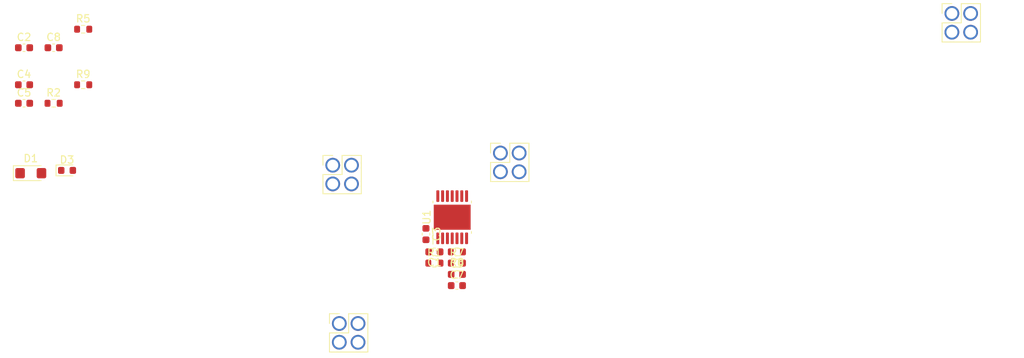
<source format=kicad_pcb>
(kicad_pcb (version 20221018) (generator pcbnew)
  (layers (0 "F.Cu" signal) (31 "B.Cu" signal) (34 "B.Paste" user) (35 "F.Paste" user) (36 "B.SilkS" user "B.Silkscreen") (37 "F.SilkS" user "F.Silkscreen") (38 "B.Mask" user) (39 "F.Mask" user) (44 "Edge.Cuts" user))
  (net 0 "")
  (net 1 "+24V")
  (net 2 "GND")
  (net 3 "Net-(U1-SS)")
  (net 4 "/VCC")
  (net 5 "/SW")
  (net 6 "BST")
  (net 7 "FB")
  (net 8 "Net-(C7-Pad2)")
  (net 9 "/VOUT")
  (net 10 "Net-(D3-A)")
  (net 11 "/LG")
  (net 12 "/HG")
  (net 13 "Net-(U1-RON)")
  (net 14 "ILIM")
  (footprint "Resistor_SMD:R_0603_1608Metric" (layer "F.Cu") (at 117.3535 84.275)
    (fp_text reference "R9" (at 0 -1.43) (layer "F.SilkS"))
    (fp_text value "300k")
    (fp_line (start -0.237258 -0.5225) (end 0.237258 -0.5225) (stroke (width 0.12)) (layer "F.SilkS"))
    (fp_line (start -0.237258 0.5225) (end 0.237258 0.5225) (stroke (width 0.12)) (layer "F.SilkS"))
    (pad "1" smd roundrect (at -0.825 0) (size 0.8 0.95) (layers "F.Cu" "F.Paste" "F.Mask") (net 9 "/VOUT"))
    (pad "2" smd roundrect (at 0.825 0) (size 0.8 0.95) (layers "F.Cu" "F.Paste" "F.Mask") (net 10 "Net-(D3-A)"))
  )
  (footprint "Diode_SMD:D_SMF" (layer "F.Cu") (at 110.2485 96.265)
    (fp_text reference "D1" (at 0 -2) (layer "F.SilkS"))
    (fp_text value "D_Schottky")
    (fp_line (start -2.36 -1.01) (end -2.36 1.01) (stroke (width 0.12)) (layer "F.SilkS"))
    (fp_line (start -2.36 -1.01) (end 1.4 -1.01) (stroke (width 0.12)) (layer "F.SilkS"))
    (fp_line (start -2.36 1.01) (end 1.4 1.01) (stroke (width 0.12)) (layer "F.SilkS"))
    (pad "1" smd roundrect (at -1.45 0) (size 1.3 1.4) (layers "F.Cu" "F.Paste" "F.Mask") (roundrect_rratio 0.1923076923) (net 6 "BST"))
    (pad "2" smd roundrect (at 1.45 0) (size 1.3 1.4) (layers "F.Cu" "F.Paste" "F.Mask") (roundrect_rratio 0.1923076923) (net 4 "/VCC"))
  )
  (footprint "Package_SO:HTSSOP-14-1EP_4.4x5mm_P0.65mm_EP3.4x5mm_Mask3x3.1mm" (layer "F.Cu") (at 167.386 102.235 90)
    (fp_text reference "U1" (at 0 -3.45 90) (layer "F.SilkS"))
    (fp_text value "LM3150MH")
    (fp_line (start -1.935584 -2.61) (end -3.65 -2.61) (stroke (width 0.12)) (layer "F.SilkS"))
    (fp_line (start -1.935584 2.61) (end -2.2 2.61) (stroke (width 0.12)) (layer "F.SilkS"))
    (fp_line (start 1.935584 -2.61) (end 2.2 -2.61) (stroke (width 0.12)) (layer "F.SilkS"))
    (fp_line (start 1.935584 2.61) (end 2.2 2.61) (stroke (width 0.12)) (layer "F.SilkS"))
    (pad "1" smd roundrect (at -2.8625 -1.95 90) (size 1.575 0.4) (layers "F.Cu" "F.Paste" "F.Mask") (net 4 "/VCC"))
    (pad "2" smd roundrect (at -2.8625 -1.3 90) (size 1.575 0.4) (layers "F.Cu" "F.Paste" "F.Mask") (net 1 "+24V"))
    (pad "3" smd roundrect (at -2.8625 -0.65 90) (size 1.575 0.4) (layers "F.Cu" "F.Paste" "F.Mask"))
    (pad "4" smd roundrect (at -2.8625 0 90) (size 1.575 0.4) (layers "F.Cu" "F.Paste" "F.Mask") (net 7 "FB"))
    (pad "5" smd roundrect (at -2.8625 0.65 90) (size 1.575 0.4) (layers "F.Cu" "F.Paste" "F.Mask") (net 2 "GND"))
    (pad "6" smd roundrect (at -2.8625 1.3 90) (size 1.575 0.4) (layers "F.Cu" "F.Paste" "F.Mask") (net 3 "Net-(U1-SS)"))
    (pad "7" smd roundrect (at -2.8625 1.95 90) (size 1.575 0.4) (layers "F.Cu" "F.Paste" "F.Mask") (net 13 "Net-(U1-RON)"))
    (pad "8" smd roundrect (at 2.8625 1.95 90) (size 1.575 0.4) (layers "F.Cu" "F.Paste" "F.Mask") (net 14 "ILIM"))
    (pad "9" smd roundrect (at 2.8625 1.3 90) (size 1.575 0.4) (layers "F.Cu" "F.Paste" "F.Mask") (net 2 "GND"))
    (pad "10" smd roundrect (at 2.8625 0.65 90) (size 1.575 0.4) (layers "F.Cu" "F.Paste" "F.Mask") (net 5 "/SW"))
    (pad "11" smd roundrect (at 2.8625 0 90) (size 1.575 0.4) (layers "F.Cu" "F.Paste" "F.Mask") (net 12 "/HG"))
    (pad "12" smd roundrect (at 2.8625 -0.65 90) (size 1.575 0.4) (layers "F.Cu" "F.Paste" "F.Mask") (net 6 "BST"))
    (pad "13" smd roundrect (at 2.8625 -1.3 90) (size 1.575 0.4) (layers "F.Cu" "F.Paste" "F.Mask") (net 11 "/LG"))
    (pad "14" smd roundrect (at 2.8625 -1.95 90) (size 1.575 0.4) (layers "F.Cu" "F.Paste" "F.Mask") (net 2 "GND"))
    (pad "15" smd rect (at 0 0 90) (size 3.4 5) (layers "F.Cu") (net 2 "GND"))
  )
  (footprint "Resistor_SMD:R_0603_1608Metric" (layer "F.Cu") (at 168.021 106.934 180)
    (fp_text reference "R8" (at 0 -1.43) (layer "F.SilkS"))
    (fp_text value "10k")
    (fp_line (start -0.237258 -0.5225) (end 0.237258 -0.5225) (stroke (width 0.12)) (layer "F.SilkS"))
    (fp_line (start -0.237258 0.5225) (end 0.237258 0.5225) (stroke (width 0.12)) (layer "F.SilkS"))
    (pad "1" smd roundrect (at -0.825 0 180) (size 0.8 0.95) (layers "F.Cu" "F.Paste" "F.Mask") (net 2 "GND"))
    (pad "2" smd roundrect (at 0.825 0 180) (size 0.8 0.95) (layers "F.Cu" "F.Paste" "F.Mask") (net 7 "FB"))
  )
  (footprint "Capacitor_SMD:C_0603_1608Metric" (layer "F.Cu") (at 168.021 111.506)
    (fp_text reference "C7" (at 0 -1.43) (layer "F.SilkS"))
    (fp_text value "3.9nf")
    (fp_line (start -0.14058 -0.51) (end 0.14058 -0.51) (stroke (width 0.12)) (layer "F.SilkS"))
    (fp_line (start -0.14058 0.51) (end 0.14058 0.51) (stroke (width 0.12)) (layer "F.SilkS"))
    (pad "1" smd roundrect (at -0.775 0) (size 0.9 0.95) (layers "F.Cu" "F.Paste" "F.Mask") (net 7 "FB"))
    (pad "2" smd roundrect (at 0.775 0) (size 0.9 0.95) (layers "F.Cu" "F.Paste" "F.Mask") (net 8 "Net-(C7-Pad2)"))
  )
  (footprint "LED_SMD:LED_0603_1608Metric" (layer "F.Cu") (at 115.1635 95.885)
    (fp_text reference "D3" (at 0 -1.43) (layer "F.SilkS"))
    (fp_text value "LED")
    (fp_line (start -1.485 -0.735) (end -1.485 0.735) (stroke (width 0.12)) (layer "F.SilkS"))
    (fp_line (start -1.485 0.735) (end 0.8 0.735) (stroke (width 0.12)) (layer "F.SilkS"))
    (fp_line (start 0.8 -0.735) (end -1.485 -0.735) (stroke (width 0.12)) (layer "F.SilkS"))
    (pad "1" smd roundrect (at -0.7875 0) (size 0.875 0.95) (layers "F.Cu" "F.Paste" "F.Mask") (net 2 "GND"))
    (pad "2" smd roundrect (at 0.7875 0) (size 0.875 0.95) (layers "F.Cu" "F.Paste" "F.Mask") (net 10 "Net-(D3-A)"))
  )
  (footprint "Capacitor_SMD:C_0603_1608Metric" (layer "F.Cu") (at 113.3435 79.255)
    (fp_text reference "C8" (at 0 -1.43) (layer "F.SilkS"))
    (fp_text value "390pf")
    (fp_line (start -0.14058 -0.51) (end 0.14058 -0.51) (stroke (width 0.12)) (layer "F.SilkS"))
    (fp_line (start -0.14058 0.51) (end 0.14058 0.51) (stroke (width 0.12)) (layer "F.SilkS"))
    (pad "1" smd roundrect (at -0.775 0) (size 0.9 0.95) (layers "F.Cu" "F.Paste" "F.Mask") (net 8 "Net-(C7-Pad2)"))
    (pad "2" smd roundrect (at 0.775 0) (size 0.9 0.95) (layers "F.Cu" "F.Paste" "F.Mask") (net 9 "/VOUT"))
  )
  (footprint "Resistor_SMD:R_0603_1608Metric" (layer "F.Cu") (at 113.3435 86.785)
    (fp_text reference "R2" (at 0 -1.43) (layer "F.SilkS"))
    (fp_text value "2.1k")
    (fp_line (start -0.237258 -0.5225) (end 0.237258 -0.5225) (stroke (width 0.12)) (layer "F.SilkS"))
    (fp_line (start -0.237258 0.5225) (end 0.237258 0.5225) (stroke (width 0.12)) (layer "F.SilkS"))
    (pad "1" smd roundrect (at -0.825 0) (size 0.8 0.95) (layers "F.Cu" "F.Paste" "F.Mask") (net 14 "ILIM"))
    (pad "2" smd roundrect (at 0.825 0) (size 0.8 0.95) (layers "F.Cu" "F.Paste" "F.Mask") (net 5 "/SW"))
  )
  (footprint "Resistor_SMD:R_0603_1608Metric" (layer "F.Cu") (at 117.3535 76.745)
    (fp_text reference "R5" (at 0 -1.43) (layer "F.SilkS"))
    (fp_text value "8.06M")
    (fp_line (start -0.237258 -0.5225) (end 0.237258 -0.5225) (stroke (width 0.12)) (layer "F.SilkS"))
    (fp_line (start -0.237258 0.5225) (end 0.237258 0.5225) (stroke (width 0.12)) (layer "F.SilkS"))
    (pad "1" smd roundrect (at -0.825 0) (size 0.8 0.95) (layers "F.Cu" "F.Paste" "F.Mask") (net 5 "/SW"))
    (pad "2" smd roundrect (at 0.825 0) (size 0.8 0.95) (layers "F.Cu" "F.Paste" "F.Mask") (net 8 "Net-(C7-Pad2)"))
  )
  (footprint "Resistor_SMD:R_0603_1608Metric" (layer "F.Cu") (at 164.973 108.458)
    (fp_text reference "R1" (at 0 -1.43) (layer "F.SilkS"))
    (fp_text value "909k")
    (fp_line (start -0.237258 -0.5225) (end 0.237258 -0.5225) (stroke (width 0.12)) (layer "F.SilkS"))
    (fp_line (start -0.237258 0.5225) (end 0.237258 0.5225) (stroke (width 0.12)) (layer "F.SilkS"))
    (pad "1" smd roundrect (at -0.825 0) (size 0.8 0.95) (layers "F.Cu" "F.Paste" "F.Mask") (net 13 "Net-(U1-RON)"))
    (pad "2" smd roundrect (at 0.825 0) (size 0.8 0.95) (layers "F.Cu" "F.Paste" "F.Mask") (net 1 "+24V"))
  )
  (footprint "0_RM2023:conn_2x02_2.54" (layer "F.Cu") (at 153.289 117.983)
    (fp_text reference "J4" hide)
    (fp_text value "Conn_02x02_Odd_Even")
    (fp_line (start -2.54 -2.667) (end -1.21 -2.667) (stroke (width 0.12)) (layer "F.SilkS"))
    (fp_line (start -2.54 -1.337) (end -2.54 -2.667) (stroke (width 0.12)) (layer "F.SilkS"))
    (fp_line (start -2.54 -0.067) (end -2.54 2.533) (stroke (width 0.12)) (layer "F.SilkS"))
    (fp_line (start -2.54 -0.067) (end 0.06 -0.067) (stroke (width 0.12)) (layer "F.SilkS"))
    (fp_line (start -2.54 2.533) (end 2.66 2.533) (stroke (width 0.12)) (layer "F.SilkS"))
    (fp_line (start 0.06 -2.667) (end 2.66 -2.667) (stroke (width 0.12)) (layer "F.SilkS"))
    (fp_line (start 0.06 -0.067) (end 0.06 -2.667) (stroke (width 0.12)) (layer "F.SilkS"))
    (fp_line (start 2.66 -2.667) (end 2.66 2.533) (stroke (width 0.12)) (layer "F.SilkS"))
    (pad "1" thru_hole circle (at -1.21 -1.337) (size 2 2) (drill 1.5) (layers "*.Cu" "*.Mask") (net 9 "/VOUT"))
    (pad "2" thru_hole circle (at 1.33 -1.337) (size 2 2) (drill 1.5) (layers "*.Cu" "*.Mask") (net 9 "/VOUT"))
    (pad "3" thru_hole circle (at -1.21 1.203) (size 2 2) (drill 1.5) (layers "*.Cu" "*.Mask") (net 9 "/VOUT"))
    (pad "4" thru_hole circle (at 1.33 1.203) (size 2 2) (drill 1.5) (layers "*.Cu" "*.Mask") (net 9 "/VOUT"))
  )
  (footprint "Resistor_SMD:R_0603_1608Metric" (layer "F.Cu") (at 168.021 108.458)
    (fp_text reference "R7" (at 0 -1.43) (layer "F.SilkS"))
    (fp_text value "309k")
    (fp_line (start -0.237258 -0.5225) (end 0.237258 -0.5225) (stroke (width 0.12)) (layer "F.SilkS"))
    (fp_line (start -0.237258 0.5225) (end 0.237258 0.5225) (stroke (width 0.12)) (layer "F.SilkS"))
    (pad "1" smd roundrect (at -0.825 0) (size 0.8 0.95) (layers "F.Cu" "F.Paste" "F.Mask") (net 7 "FB"))
    (pad "2" smd roundrect (at 0.825 0) (size 0.8 0.95) (layers "F.Cu" "F.Paste" "F.Mask") (net 9 "/VOUT"))
  )
  (footprint "0_RM2023:conn_2x02_2.54" (layer "F.Cu") (at 236.347 75.946)
    (fp_text reference "J2" hide)
    (fp_text value "Conn_02x02_Odd_Even")
    (fp_line (start -2.54 -2.667) (end -1.21 -2.667) (stroke (width 0.12)) (layer "F.SilkS"))
    (fp_line (start -2.54 -1.337) (end -2.54 -2.667) (stroke (width 0.12)) (layer "F.SilkS"))
    (fp_line (start -2.54 -0.067) (end -2.54 2.533) (stroke (width 0.12)) (layer "F.SilkS"))
    (fp_line (start -2.54 -0.067) (end 0.06 -0.067) (stroke (width 0.12)) (layer "F.SilkS"))
    (fp_line (start -2.54 2.533) (end 2.66 2.533) (stroke (width 0.12)) (layer "F.SilkS"))
    (fp_line (start 0.06 -2.667) (end 2.66 -2.667) (stroke (width 0.12)) (layer "F.SilkS"))
    (fp_line (start 0.06 -0.067) (end 0.06 -2.667) (stroke (width 0.12)) (layer "F.SilkS"))
    (fp_line (start 2.66 -2.667) (end 2.66 2.533) (stroke (width 0.12)) (layer "F.SilkS"))
    (pad "1" thru_hole circle (at -1.21 -1.337) (size 2 2) (drill 1.5) (layers "*.Cu" "*.Mask") (net 2 "GND"))
    (pad "2" thru_hole circle (at 1.33 -1.337) (size 2 2) (drill 1.5) (layers "*.Cu" "*.Mask") (net 2 "GND"))
    (pad "3" thru_hole circle (at -1.21 1.203) (size 2 2) (drill 1.5) (layers "*.Cu" "*.Mask") (net 2 "GND"))
    (pad "4" thru_hole circle (at 1.33 1.203) (size 2 2) (drill 1.5) (layers "*.Cu" "*.Mask") (net 2 "GND"))
  )
  (footprint "0_RM2023:conn_2x02_2.54" (layer "F.Cu") (at 152.4 96.52)
    (fp_text reference "J3" hide)
    (fp_text value "Conn_02x02_Odd_Even")
    (fp_line (start -2.54 -2.667) (end -1.21 -2.667) (stroke (width 0.12)) (layer "F.SilkS"))
    (fp_line (start -2.54 -1.337) (end -2.54 -2.667) (stroke (width 0.12)) (layer "F.SilkS"))
    (fp_line (start -2.54 -0.067) (end -2.54 2.533) (stroke (width 0.12)) (layer "F.SilkS"))
    (fp_line (start -2.54 -0.067) (end 0.06 -0.067) (stroke (width 0.12)) (layer "F.SilkS"))
    (fp_line (start -2.54 2.533) (end 2.66 2.533) (stroke (width 0.12)) (layer "F.SilkS"))
    (fp_line (start 0.06 -2.667) (end 2.66 -2.667) (stroke (width 0.12)) (layer "F.SilkS"))
    (fp_line (start 0.06 -0.067) (end 0.06 -2.667) (stroke (width 0.12)) (layer "F.SilkS"))
    (fp_line (start 2.66 -2.667) (end 2.66 2.533) (stroke (width 0.12)) (layer "F.SilkS"))
    (pad "1" thru_hole circle (at -1.21 -1.337) (size 2 2) (drill 1.5) (layers "*.Cu" "*.Mask") (net 2 "GND"))
    (pad "2" thru_hole circle (at 1.33 -1.337) (size 2 2) (drill 1.5) (layers "*.Cu" "*.Mask") (net 2 "GND"))
    (pad "3" thru_hole circle (at -1.21 1.203) (size 2 2) (drill 1.5) (layers "*.Cu" "*.Mask") (net 2 "GND"))
    (pad "4" thru_hole circle (at 1.33 1.203) (size 2 2) (drill 1.5) (layers "*.Cu" "*.Mask") (net 2 "GND"))
  )
  (footprint "Capacitor_SMD:C_0603_1608Metric" (layer "F.Cu") (at 109.3335 84.275)
    (fp_text reference "C4" (at 0 -1.43) (layer "F.SilkS"))
    (fp_text value "22u")
    (fp_line (start -0.14058 -0.51) (end 0.14058 -0.51) (stroke (width 0.12)) (layer "F.SilkS"))
    (fp_line (start -0.14058 0.51) (end 0.14058 0.51) (stroke (width 0.12)) (layer "F.SilkS"))
    (pad "1" smd roundrect (at -0.775 0) (size 0.9 0.95) (layers "F.Cu" "F.Paste" "F.Mask") (net 1 "+24V"))
    (pad "2" smd roundrect (at 0.775 0) (size 0.9 0.95) (layers "F.Cu" "F.Paste" "F.Mask") (net 2 "GND"))
  )
  (footprint "Capacitor_SMD:C_0603_1608Metric" (layer "F.Cu") (at 168.021 109.982)
    (fp_text reference "C9" (at 0 -1.43) (layer "F.SilkS"))
    (fp_text value "~")
    (fp_line (start -0.14058 -0.51) (end 0.14058 -0.51) (stroke (width 0.12)) (layer "F.SilkS"))
    (fp_line (start -0.14058 0.51) (end 0.14058 0.51) (stroke (width 0.12)) (layer "F.SilkS"))
    (pad "1" smd roundrect (at -0.775 0) (size 0.9 0.95) (layers "F.Cu" "F.Paste" "F.Mask") (net 7 "FB"))
    (pad "2" smd roundrect (at 0.775 0) (size 0.9 0.95) (layers "F.Cu" "F.Paste" "F.Mask") (net 9 "/VOUT"))
  )
  (footprint "Capacitor_SMD:C_0603_1608Metric" (layer "F.Cu") (at 109.3335 79.255)
    (fp_text reference "C2" (at 0 -1.43) (layer "F.SilkS"))
    (fp_text value "15n")
    (fp_line (start -0.14058 -0.51) (end 0.14058 -0.51) (stroke (width 0.12)) (layer "F.SilkS"))
    (fp_line (start -0.14058 0.51) (end 0.14058 0.51) (stroke (width 0.12)) (layer "F.SilkS"))
    (pad "1" smd roundrect (at -0.775 0) (size 0.9 0.95) (layers "F.Cu" "F.Paste" "F.Mask") (net 2 "GND"))
    (pad "2" smd roundrect (at 0.775 0) (size 0.9 0.95) (layers "F.Cu" "F.Paste" "F.Mask") (net 3 "Net-(U1-SS)"))
  )
  (footprint "Capacitor_SMD:C_0603_1608Metric" (layer "F.Cu") (at 164.973 106.934 180)
    (fp_text reference "C1" (at 0 -1.43) (layer "F.SilkS"))
    (fp_text value "100n")
    (fp_line (start -0.14058 -0.51) (end 0.14058 -0.51) (stroke (width 0.12)) (layer "F.SilkS"))
    (fp_line (start -0.14058 0.51) (end 0.14058 0.51) (stroke (width 0.12)) (layer "F.SilkS"))
    (pad "1" smd roundrect (at -0.775 0 180) (size 0.9 0.95) (layers "F.Cu" "F.Paste" "F.Mask") (net 1 "+24V"))
    (pad "2" smd roundrect (at 0.775 0 180) (size 0.9 0.95) (layers "F.Cu" "F.Paste" "F.Mask") (net 2 "GND"))
  )
  (footprint "0_RM2023:conn_2x02_2.54" (layer "F.Cu") (at 175.133 94.869)
    (fp_text reference "J1" hide)
    (fp_text value "Conn_02x02_Odd_Even")
    (fp_line (start -2.54 -2.667) (end -1.21 -2.667) (stroke (width 0.12)) (layer "F.SilkS"))
    (fp_line (start -2.54 -1.337) (end -2.54 -2.667) (stroke (width 0.12)) (layer "F.SilkS"))
    (fp_line (start -2.54 -0.067) (end -2.54 2.533) (stroke (width 0.12)) (layer "F.SilkS"))
    (fp_line (start -2.54 -0.067) (end 0.06 -0.067) (stroke (width 0.12)) (layer "F.SilkS"))
    (fp_line (start -2.54 2.533) (end 2.66 2.533) (stroke (width 0.12)) (layer "F.SilkS"))
    (fp_line (start 0.06 -2.667) (end 2.66 -2.667) (stroke (width 0.12)) (layer "F.SilkS"))
    (fp_line (start 0.06 -0.067) (end 0.06 -2.667) (stroke (width 0.12)) (layer "F.SilkS"))
    (fp_line (start 2.66 -2.667) (end 2.66 2.533) (stroke (width 0.12)) (layer "F.SilkS"))
    (pad "1" thru_hole circle (at -1.21 -1.337) (size 2 2) (drill 1.5) (layers "*.Cu" "*.Mask") (net 1 "+24V"))
    (pad "2" thru_hole circle (at 1.33 -1.337) (size 2 2) (drill 1.5) (layers "*.Cu" "*.Mask") (net 5 "/SW"))
    (pad "3" thru_hole circle (at -1.21 1.203) (size 2 2) (drill 1.5) (layers "*.Cu" "*.Mask") (net 11 "/LG"))
    (pad "4" thru_hole circle (at 1.33 1.203) (size 2 2) (drill 1.5) (layers "*.Cu" "*.Mask") (net 12 "/HG"))
  )
  (footprint "Capacitor_SMD:C_0603_1608Metric" (layer "F.Cu") (at 109.3335 86.785)
    (fp_text reference "C5" (at 0 -1.43) (layer "F.SilkS"))
    (fp_text value "470n")
    (fp_line (start -0.14058 -0.51) (end 0.14058 -0.51) (stroke (width 0.12)) (layer "F.SilkS"))
    (fp_line (start -0.14058 0.51) (end 0.14058 0.51) (stroke (width 0.12)) (layer "F.SilkS"))
    (pad "1" smd roundrect (at -0.775 0) (size 0.9 0.95) (layers "F.Cu" "F.Paste" "F.Mask") (net 5 "/SW"))
    (pad "2" smd roundrect (at 0.775 0) (size 0.9 0.95) (layers "F.Cu" "F.Paste" "F.Mask") (net 6 "BST"))
  )
  (footprint "Capacitor_SMD:C_0603_1608Metric" (layer "F.Cu") (at 163.83 104.521 -90)
    (fp_text reference "C3" (at 0 -1.43 90) (layer "F.SilkS"))
    (fp_text value "2.2u")
    (fp_line (start -0.14058 -0.51) (end 0.14058 -0.51) (stroke (width 0.12)) (layer "F.SilkS"))
    (fp_line (start -0.14058 0.51) (end 0.14058 0.51) (stroke (width 0.12)) (layer "F.SilkS"))
    (pad "1" smd roundrect (at -0.775 0 270) (size 0.9 0.95) (layers "F.Cu" "F.Paste" "F.Mask") (net 2 "GND"))
    (pad "2" smd roundrect (at 0.775 0 270) (size 0.9 0.95) (layers "F.Cu" "F.Paste" "F.Mask") (net 4 "/VCC"))
  )
)
</source>
